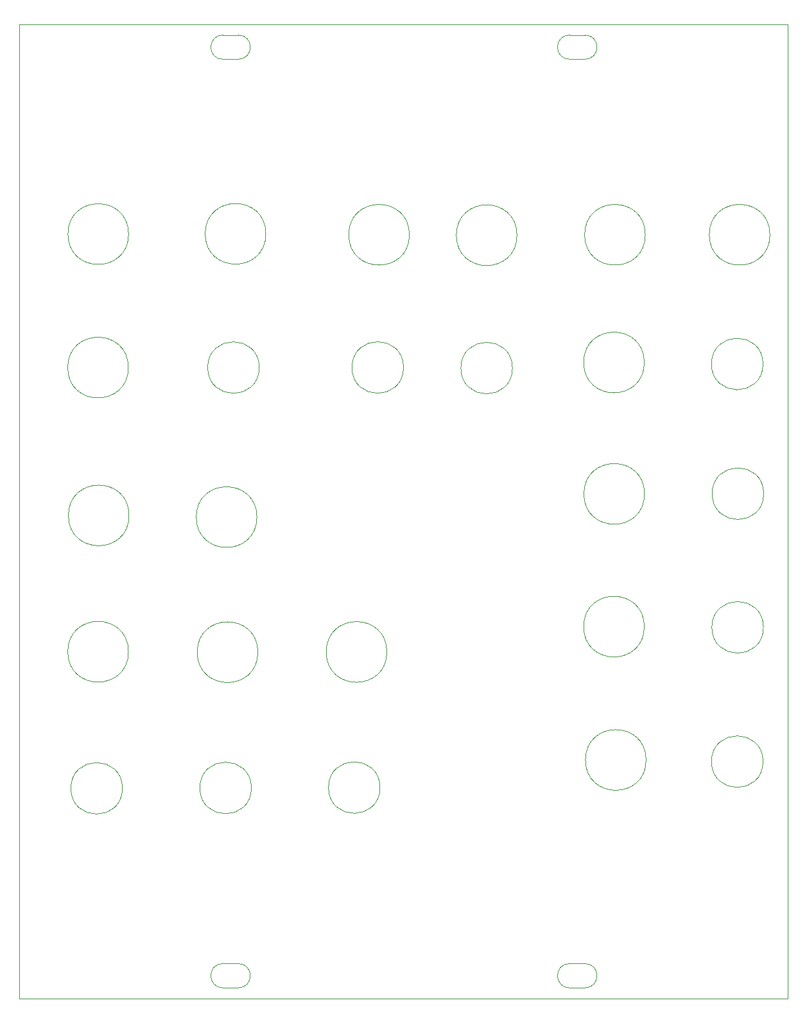
<source format=gbr>
%TF.GenerationSoftware,KiCad,Pcbnew,7.0.9*%
%TF.CreationDate,2024-05-31T23:55:29+01:00*%
%TF.ProjectId,VCOInterface,56434f49-6e74-4657-9266-6163652e6b69,rev?*%
%TF.SameCoordinates,Original*%
%TF.FileFunction,Profile,NP*%
%FSLAX46Y46*%
G04 Gerber Fmt 4.6, Leading zero omitted, Abs format (unit mm)*
G04 Created by KiCad (PCBNEW 7.0.9) date 2024-05-31 23:55:29*
%MOMM*%
%LPD*%
G01*
G04 APERTURE LIST*
%TA.AperFunction,Profile*%
%ADD10C,0.100000*%
%TD*%
%TA.AperFunction,Profile*%
%ADD11C,0.050000*%
%TD*%
G04 APERTURE END LIST*
D10*
X90010000Y-102280000D02*
G75*
G03*
X90010000Y-102280000I-4000000J0D01*
G01*
D11*
X75550000Y-37500000D02*
X176850000Y-37500000D01*
D10*
X173617856Y-134760000D02*
G75*
G03*
X173617856Y-134760000I-3400000J0D01*
G01*
D11*
X148120000Y-42100000D02*
X150120000Y-42100000D01*
D10*
X89930000Y-120260000D02*
G75*
G03*
X89930000Y-120260000I-4000000J0D01*
G01*
D11*
X102400000Y-38900000D02*
G75*
G03*
X102400000Y-42100000I0J-1600000D01*
G01*
X104400000Y-38900000D02*
X102400000Y-38900000D01*
X102400000Y-42100000D02*
X104400000Y-42100000D01*
D10*
X108050000Y-65130000D02*
G75*
G03*
X108050000Y-65130000I-4000000J0D01*
G01*
X158090000Y-65250000D02*
G75*
G03*
X158090000Y-65250000I-4000000J0D01*
G01*
D11*
X176850000Y-166000000D02*
X176850000Y-37500000D01*
X150120000Y-164600000D02*
G75*
G03*
X150120000Y-161400000I0J1600000D01*
G01*
X102400000Y-164600000D02*
X104400000Y-164600000D01*
X148120000Y-38900000D02*
G75*
G03*
X148120000Y-42100000I0J-1600000D01*
G01*
D10*
X89137856Y-138280000D02*
G75*
G03*
X89137856Y-138280000I-3400000J0D01*
G01*
X173707856Y-99410000D02*
G75*
G03*
X173707856Y-99410000I-3400000J0D01*
G01*
X106870994Y-102500000D02*
G75*
G03*
X106870994Y-102500000I-4000000J0D01*
G01*
X123107856Y-138180000D02*
G75*
G03*
X123107856Y-138180000I-3400000J0D01*
G01*
X141170000Y-65310000D02*
G75*
G03*
X141170000Y-65310000I-4000000J0D01*
G01*
X140567856Y-82840000D02*
G75*
G03*
X140567856Y-82840000I-3400000J0D01*
G01*
X107180000Y-82770000D02*
G75*
G03*
X107180000Y-82770000I-3400000J0D01*
G01*
X107000000Y-120320000D02*
G75*
G03*
X107000000Y-120320000I-4000000J0D01*
G01*
X89920000Y-82770000D02*
G75*
G03*
X89920000Y-82770000I-4000000J0D01*
G01*
D11*
X148120000Y-161400000D02*
G75*
G03*
X148120000Y-164600000I0J-1600000D01*
G01*
D10*
X126207856Y-82760000D02*
G75*
G03*
X126207856Y-82760000I-3400000J0D01*
G01*
X106147856Y-138230000D02*
G75*
G03*
X106147856Y-138230000I-3400000J0D01*
G01*
X89950000Y-65160000D02*
G75*
G03*
X89950000Y-65160000I-4000000J0D01*
G01*
X157990000Y-99440000D02*
G75*
G03*
X157990000Y-99440000I-4000000J0D01*
G01*
D11*
X75550000Y-37500000D02*
X75550000Y-166000000D01*
D10*
X124010000Y-120290000D02*
G75*
G03*
X124010000Y-120290000I-4000000J0D01*
G01*
D11*
X104400000Y-161400000D02*
X102400000Y-161400000D01*
D10*
X126980000Y-65250000D02*
G75*
G03*
X126980000Y-65250000I-4000000J0D01*
G01*
X173617856Y-82300000D02*
G75*
G03*
X173617856Y-82300000I-3400000J0D01*
G01*
D11*
X104400000Y-164600000D02*
G75*
G03*
X104400000Y-161400000I0J1600000D01*
G01*
X102400000Y-161400000D02*
G75*
G03*
X102400000Y-164600000I0J-1600000D01*
G01*
D10*
X173667856Y-117040000D02*
G75*
G03*
X173667856Y-117040000I-3400000J0D01*
G01*
D11*
X150120000Y-161400000D02*
X148120000Y-161400000D01*
X75550000Y-166000000D02*
X176850000Y-166000000D01*
D10*
X158200000Y-134540000D02*
G75*
G03*
X158200000Y-134540000I-4000000J0D01*
G01*
X157960000Y-116950000D02*
G75*
G03*
X157960000Y-116950000I-4000000J0D01*
G01*
D11*
X148120000Y-164600000D02*
X150120000Y-164600000D01*
D10*
X157960000Y-82100000D02*
G75*
G03*
X157960000Y-82100000I-4000000J0D01*
G01*
D11*
X150120000Y-42100000D02*
G75*
G03*
X150120000Y-38900000I0J1600000D01*
G01*
X104400000Y-42100000D02*
G75*
G03*
X104400000Y-38900000I0J1600000D01*
G01*
X150120000Y-38900000D02*
X148120000Y-38900000D01*
D10*
X174530000Y-65250000D02*
G75*
G03*
X174530000Y-65250000I-4000000J0D01*
G01*
M02*

</source>
